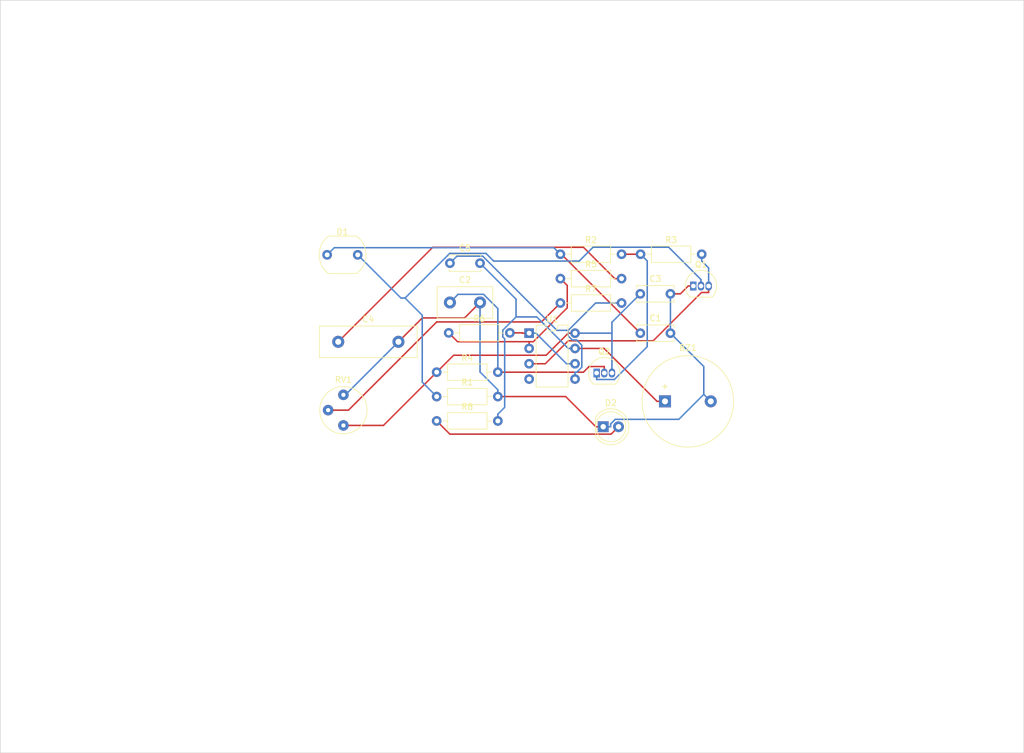
<source format=kicad_pcb>
(kicad_pcb (version 20211014) (generator pcbnew)
  (title_block (title "gammaray2usb") (date "2021-12-27") (rev "0.2x") (company "Fort Sand, Inc."))
  (layers (0 "F.Cu" signal) (31 "B.Cu" signal) (34 "B.Paste" user) (35 "F.Paste" user) (36 "B.SilkS" user "B.Silkscreen") (37 "F.SilkS" user "F.Silkscreen") (38 "B.Mask" user) (39 "F.Mask" user) (44 "Edge.Cuts" user))
  (net 0 "")
  (net 1 "Net-(BZ1-Pad1)")
  (net 2 "GND")
  (net 3 "Net-(C1-Pad1)")
  (net 4 "Net-(C2-Pad1)")
  (net 5 "+9V")
  (net 6 "Net-(C4-Pad1)")
  (net 7 "Net-(C5-Pad1)")
  (net 8 "Net-(D1-Pad2)")
  (net 9 "Net-(D2-Pad2)")
  (net 10 "Net-(Q1-Pad3)")
  (net 11 "Net-(Q2-Pad1)")
  (net 12 "Net-(R5-Pad1)")
  (net 13 "Net-(R6-Pad2)")
  (net 14 "Net-(R7-Pad1)")
  (net 15 "GNDREF")
  (footprint "Potentiometer_THT:Potentiometer_Bourns_3339P_Vertical_HandSoldering" (layer "F.Cu") (at 126.9892 105.6112)
    (fp_text reference "RV1" (at 0 -7.6) (layer "F.SilkS"))
    (fp_text value "250kΩ")
    (fp_circle (center 0 -2.54) (end 3.93 -2.54) (layer "F.SilkS") (width 0.12) (fill none))
    (pad "1" thru_hole circle locked (at 0 0) (size 1.75 1.75) (drill 0.7) (layers *.Cu *.Mask) (net 5 "+9V"))
    (pad "2" thru_hole circle locked (at -2.54 -2.54) (size 1.75 1.75) (drill 0.7) (layers *.Cu *.Mask) (net 14 "Net-(R7-Pad1)"))
    (pad "3" thru_hole circle locked (at 0 -5.08) (size 1.75 1.75) (drill 0.7) (layers *.Cu *.Mask) (net 2 "GND"))
  )
  (footprint "Resistor_THT:R_Axial_DIN0207_L6.3mm_D2.5mm_P10.16mm_Horizontal" (layer "F.Cu") (at 163.0278 77.1756)
    (fp_text reference "R2" (at 5.08 -2.37) (layer "F.SilkS"))
    (fp_text value "1.5M")
    (fp_line (start 9.12 0) (end 8.35 0) (layer "F.SilkS") (width 0.12))
    (fp_line (start 1.81 1.37) (end 8.35 1.37) (layer "F.SilkS") (width 0.12))
    (fp_line (start 1.81 -1.37) (end 1.81 1.37) (layer "F.SilkS") (width 0.12))
    (fp_line (start 1.04 0) (end 1.81 0) (layer "F.SilkS") (width 0.12))
    (fp_line (start 8.35 1.37) (end 8.35 -1.37) (layer "F.SilkS") (width 0.12))
    (fp_line (start 8.35 -1.37) (end 1.81 -1.37) (layer "F.SilkS") (width 0.12))
    (pad "1" thru_hole circle locked (at 0 0) (size 1.6 1.6) (drill 0.8) (layers *.Cu *.Mask) (net 3 "Net-(C1-Pad1)"))
    (pad "2" thru_hole oval locked (at 10.16 0) (size 1.6 1.6) (drill 0.8) (layers *.Cu *.Mask) (net 11 "Net-(Q2-Pad1)"))
  )
  (footprint "Resistor_THT:R_Axial_DIN0207_L6.3mm_D2.5mm_P10.16mm_Horizontal" (layer "F.Cu") (at 163.0278 81.2256)
    (fp_text reference "R5" (at 5.08 -2.37) (layer "F.SilkS"))
    (fp_text value "1k")
    (fp_line (start 9.12 0) (end 8.35 0) (layer "F.SilkS") (width 0.12))
    (fp_line (start 1.04 0) (end 1.81 0) (layer "F.SilkS") (width 0.12))
    (fp_line (start 1.81 1.37) (end 8.35 1.37) (layer "F.SilkS") (width 0.12))
    (fp_line (start 8.35 1.37) (end 8.35 -1.37) (layer "F.SilkS") (width 0.12))
    (fp_line (start 8.35 -1.37) (end 1.81 -1.37) (layer "F.SilkS") (width 0.12))
    (fp_line (start 1.81 -1.37) (end 1.81 1.37) (layer "F.SilkS") (width 0.12))
    (pad "1" thru_hole circle locked (at 0 0) (size 1.6 1.6) (drill 0.8) (layers *.Cu *.Mask) (net 12 "Net-(R5-Pad1)"))
    (pad "2" thru_hole oval locked (at 10.16 0) (size 1.6 1.6) (drill 0.8) (layers *.Cu *.Mask) (net 6 "Net-(C4-Pad1)"))
  )
  (footprint "Resistor_THT:R_Axial_DIN0207_L6.3mm_D2.5mm_P10.16mm_Horizontal" (layer "F.Cu") (at 142.4778 104.8656)
    (fp_text reference "R8" (at 5.08 -2.37) (layer "F.SilkS"))
    (fp_text value "1k")
    (fp_line (start 1.81 1.37) (end 8.35 1.37) (layer "F.SilkS") (width 0.12))
    (fp_line (start 1.81 -1.37) (end 1.81 1.37) (layer "F.SilkS") (width 0.12))
    (fp_line (start 8.35 -1.37) (end 1.81 -1.37) (layer "F.SilkS") (width 0.12))
    (fp_line (start 1.04 0) (end 1.81 0) (layer "F.SilkS") (width 0.12))
    (fp_line (start 8.35 1.37) (end 8.35 -1.37) (layer "F.SilkS") (width 0.12))
    (fp_line (start 9.12 0) (end 8.35 0) (layer "F.SilkS") (width 0.12))
    (pad "1" thru_hole circle locked (at 0 0) (size 1.6 1.6) (drill 0.8) (layers *.Cu *.Mask) (net 9 "Net-(D2-Pad2)"))
    (pad "2" thru_hole oval locked (at 10.16 0) (size 1.6 1.6) (drill 0.8) (layers *.Cu *.Mask) (net 1 "Net-(BZ1-Pad1)"))
  )
  (footprint "Capacitor_THT:C_Disc_D6.0mm_W2.5mm_P5.00mm" (layer "F.Cu") (at 176.3055 90.2856)
    (fp_text reference "C1" (at 2.5 -2.5) (layer "F.SilkS"))
    (fp_text value "0.1µF")
    (fp_line (start -0.62 -1.37) (end -0.62 -0.925) (layer "F.SilkS") (width 0.12))
    (fp_line (start -0.62 -1.37) (end 5.62 -1.37) (layer "F.SilkS") (width 0.12))
    (fp_line (start 5.62 0.925) (end 5.62 1.37) (layer "F.SilkS") (width 0.12))
    (fp_line (start -0.62 0.925) (end -0.62 1.37) (layer "F.SilkS") (width 0.12))
    (fp_line (start -0.62 1.37) (end 5.62 1.37) (layer "F.SilkS") (width 0.12))
    (fp_line (start 5.62 -1.37) (end 5.62 -0.925) (layer "F.SilkS") (width 0.12))
    (pad "1" thru_hole circle locked (at 0 0) (size 1.6 1.6) (drill 0.8) (layers *.Cu *.Mask) (net 3 "Net-(C1-Pad1)"))
    (pad "2" thru_hole circle locked (at 5 0) (size 1.6 1.6) (drill 0.8) (layers *.Cu *.Mask) (net 2 "GND"))
  )
  (footprint "Resistor_THT:R_Axial_DIN0207_L6.3mm_D2.5mm_P10.16mm_Horizontal" (layer "F.Cu") (at 176.3378 77.1756)
    (fp_text reference "R3" (at 5.08 -2.37) (layer "F.SilkS"))
    (fp_text value "56k")
    (fp_line (start 8.35 -1.37) (end 1.81 -1.37) (layer "F.SilkS") (width 0.12))
    (fp_line (start 1.81 1.37) (end 8.35 1.37) (layer "F.SilkS") (width 0.12))
    (fp_line (start 8.35 1.37) (end 8.35 -1.37) (layer "F.SilkS") (width 0.12))
    (fp_line (start 1.04 0) (end 1.81 0) (layer "F.SilkS") (width 0.12))
    (fp_line (start 9.12 0) (end 8.35 0) (layer "F.SilkS") (width 0.12))
    (fp_line (start 1.81 -1.37) (end 1.81 1.37) (layer "F.SilkS") (width 0.12))
    (pad "1" thru_hole circle locked (at 0 0) (size 1.6 1.6) (drill 0.8) (layers *.Cu *.Mask) (net 11 "Net-(Q2-Pad1)"))
    (pad "2" thru_hole oval locked (at 10.16 0) (size 1.6 1.6) (drill 0.8) (layers *.Cu *.Mask) (net 10 "Net-(Q1-Pad3)"))
  )
  (footprint "Resistor_THT:R_Axial_DIN0207_L6.3mm_D2.5mm_P10.16mm_Horizontal" (layer "F.Cu") (at 144.4778 90.2356)
    (fp_text reference "R6" (at 5.08 -2.37) (layer "F.SilkS"))
    (fp_text value "1.5M")
    (fp_line (start 1.81 1.37) (end 8.35 1.37) (layer "F.SilkS") (width 0.12))
    (fp_line (start 8.35 -1.37) (end 1.81 -1.37) (layer "F.SilkS") (width 0.12))
    (fp_line (start 9.12 0) (end 8.35 0) (layer "F.SilkS") (width 0.12))
    (fp_line (start 1.81 -1.37) (end 1.81 1.37) (layer "F.SilkS") (width 0.12))
    (fp_line (start 8.35 1.37) (end 8.35 -1.37) (layer "F.SilkS") (width 0.12))
    (fp_line (start 1.04 0) (end 1.81 0) (layer "F.SilkS") (width 0.12))
    (pad "1" thru_hole circle locked (at 0 0) (size 1.6 1.6) (drill 0.8) (layers *.Cu *.Mask) (net 12 "Net-(R5-Pad1)"))
    (pad "2" thru_hole oval locked (at 10.16 0) (size 1.6 1.6) (drill 0.8) (layers *.Cu *.Mask) (net 13 "Net-(R6-Pad2)"))
  )
  (footprint "Package_TO_SOT_THT:TO-92_Inline" (layer "F.Cu") (at 185.1078 82.4556)
    (fp_text reference "Q1" (at 1.27 -3.56) (layer "F.SilkS"))
    (fp_text value "2N7000")
    (fp_line (start -0.53 1.85) (end 3.07 1.85) (layer "F.SilkS") (width 0.12))
    (fp_arc (start 1.27 -2.6) (mid 3.672087 -0.994977) (end 3.108478 1.838478) (layer "F.SilkS") (width 0.12))
    (fp_arc (start -0.568478 1.838478) (mid -1.132087 -0.994977) (end 1.27 -2.6) (layer "F.SilkS") (width 0.12))
    (pad "1" thru_hole rect locked (at 0 0) (size 1.05 1.5) (drill 0.75) (layers *.Cu *.Mask) (net 2 "GND"))
    (pad "2" thru_hole oval locked (at 1.27 0) (size 1.05 1.5) (drill 0.75) (layers *.Cu *.Mask) (net 8 "Net-(D1-Pad2)"))
    (pad "3" thru_hole oval locked (at 2.54 0) (size 1.05 1.5) (drill 0.75) (layers *.Cu *.Mask) (net 10 "Net-(Q1-Pad3)"))
  )
  (footprint "Package_DIP:DIP-8_W7.62mm" (layer "F.Cu") (at 157.8378 90.2856)
    (fp_text reference "U1" (at 3.81 -2.33) (layer "F.SilkS"))
    (fp_text value "LM358")
    (fp_line (start 6.46 -1.33) (end 4.81 -1.33) (layer "F.SilkS") (width 0.12))
    (fp_line (start 2.81 -1.33) (end 1.16 -1.33) (layer "F.SilkS") (width 0.12))
    (fp_line (start 1.16 8.95) (end 6.46 8.95) (layer "F.SilkS") (width 0.12))
    (fp_line (start 1.16 -1.33) (end 1.16 8.95) (layer "F.SilkS") (width 0.12))
    (fp_line (start 6.46 8.95) (end 6.46 -1.33) (layer "F.SilkS") (width 0.12))
    (fp_arc (start 4.81 -1.33) (mid 3.81 -0.33) (end 2.81 -1.33) (layer "F.SilkS") (width 0.12))
    (pad "1" thru_hole rect locked (at 0 0) (size 1.6 1.6) (drill 0.8) (layers *.Cu *.Mask) (net 13 "Net-(R6-Pad2)"))
    (pad "2" thru_hole oval locked (at 0 2.54) (size 1.6 1.6) (drill 0.8) (layers *.Cu *.Mask) (net 12 "Net-(R5-Pad1)"))
    (pad "3" thru_hole oval locked (at 0 5.08) (size 1.6 1.6) (drill 0.8) (layers *.Cu *.Mask) (net 10 "Net-(Q1-Pad3)"))
    (pad "4" thru_hole oval locked (at 0 7.62) (size 1.6 1.6) (drill 0.8) (layers *.Cu *.Mask) (net 15 "GNDREF"))
    (pad "5" thru_hole oval locked (at 7.62 7.62) (size 1.6 1.6) (drill 0.8) (layers *.Cu *.Mask) (net 7 "Net-(C5-Pad1)"))
    (pad "6" thru_hole oval locked (at 7.62 5.08) (size 1.6 1.6) (drill 0.8) (layers *.Cu *.Mask) (net 13 "Net-(R6-Pad2)"))
    (pad "7" thru_hole oval locked (at 7.62 2.54) (size 1.6 1.6) (drill 0.8) (layers *.Cu *.Mask) (net 1 "Net-(BZ1-Pad1)"))
    (pad "8" thru_hole oval locked (at 7.62 0) (size 1.6 1.6) (drill 0.8) (layers *.Cu *.Mask) (net 5 "+9V"))
  )
  (footprint "Resistor_THT:R_Axial_DIN0207_L6.3mm_D2.5mm_P10.16mm_Horizontal" (layer "F.Cu") (at 142.4778 100.8156)
    (fp_text reference "R1" (at 5.08 -2.37) (layer "F.SilkS"))
    (fp_text value "10M")
    (fp_line (start 9.12 0) (end 8.35 0) (layer "F.SilkS") (width 0.12))
    (fp_line (start 8.35 -1.37) (end 1.81 -1.37) (layer "F.SilkS") (width 0.12))
    (fp_line (start 8.35 1.37) (end 8.35 -1.37) (layer "F.SilkS") (width 0.12))
    (fp_line (start 1.81 -1.37) (end 1.81 1.37) (layer "F.SilkS") (width 0.12))
    (fp_line (start 1.04 0) (end 1.81 0) (layer "F.SilkS") (width 0.12))
    (fp_line (start 1.81 1.37) (end 8.35 1.37) (layer "F.SilkS") (width 0.12))
    (pad "1" thru_hole circle locked (at 0 0) (size 1.6 1.6) (drill 0.8) (layers *.Cu *.Mask) (net 8 "Net-(D1-Pad2)"))
    (pad "2" thru_hole oval locked (at 10.16 0) (size 1.6 1.6) (drill 0.8) (layers *.Cu *.Mask) (net 2 "GND"))
  )
  (footprint "Resistor_THT:R_Axial_DIN0207_L6.3mm_D2.5mm_P10.16mm_Horizontal" (layer "F.Cu") (at 163.0278 85.2756)
    (fp_text reference "R7" (at 5.08 -2.37) (layer "F.SilkS"))
    (fp_text value "1k")
    (fp_line (start 8.35 -1.37) (end 1.81 -1.37) (layer "F.SilkS") (width 0.12))
    (fp_line (start 9.12 0) (end 8.35 0) (layer "F.SilkS") (width 0.12))
    (fp_line (start 1.81 -1.37) (end 1.81 1.37) (layer "F.SilkS") (width 0.12))
    (fp_line (start 8.35 1.37) (end 8.35 -1.37) (layer "F.SilkS") (width 0.12))
    (fp_line (start 1.81 1.37) (end 8.35 1.37) (layer "F.SilkS") (width 0.12))
    (fp_line (start 1.04 0) (end 1.81 0) (layer "F.SilkS") (width 0.12))
    (pad "1" thru_hole circle locked (at 0 0) (size 1.6 1.6) (drill 0.8) (layers *.Cu *.Mask) (net 14 "Net-(R7-Pad1)"))
    (pad "2" thru_hole oval locked (at 10.16 0) (size 1.6 1.6) (drill 0.8) (layers *.Cu *.Mask) (net 7 "Net-(C5-Pad1)"))
  )
  (footprint "Buzzer_Beeper:Buzzer_15x7.5RM7.6" (layer "F.Cu") (at 180.4004 101.6097)
    (fp_text reference "BZ1" (at 3.81 -8.89) (layer "F.SilkS"))
    (fp_text value "Buzzer")
    (fp_text user "+" (at -0.01 -2.54) (layer "F.SilkS"))
    (fp_circle (center 3.8 0) (end 11.4 0) (layer "F.SilkS") (width 0.12) (fill none))
    (pad "1" thru_hole rect locked (at 0 0) (size 2 2) (drill 1) (layers *.Cu *.Mask) (net 1 "Net-(BZ1-Pad1)"))
    (pad "2" thru_hole circle locked (at 7.6 0) (size 2 2) (drill 1) (layers *.Cu *.Mask) (net 2 "GND"))
  )
  (footprint "Capacitor_THT:C_Disc_D5.0mm_W2.5mm_P5.00mm" (layer "F.Cu") (at 144.6778 78.6606)
    (fp_text reference "C5" (at 2.5 -2.5) (layer "F.SilkS"))
    (fp_text value "0.01µF")
    (fp_line (start -0.12 1.37) (end 5.12 1.37) (layer "F.SilkS") (width 0.12))
    (fp_line (start 5.12 1.055) (end 5.12 1.37) (layer "F.SilkS") (width 0.12))
    (fp_line (start -0.12 1.055) (end -0.12 1.37) (layer "F.SilkS") (width 0.12))
    (fp_line (start 5.12 -1.37) (end 5.12 -1.055) (layer "F.SilkS") (width 0.12))
    (fp_line (start -0.12 -1.37) (end -0.12 -1.055) (layer "F.SilkS") (width 0.12))
    (fp_line (start -0.12 -1.37) (end 5.12 -1.37) (layer "F.SilkS") (width 0.12))
    (pad "1" thru_hole circle locked (at 0 0) (size 1.6 1.6) (drill 0.8) (layers *.Cu *.Mask) (net 7 "Net-(C5-Pad1)"))
    (pad "2" thru_hole circle locked (at 5 0) (size 1.6 1.6) (drill 0.8) (layers *.Cu *.Mask) (net 1 "Net-(BZ1-Pad1)"))
  )
  (footprint "Capacitor_THT:C_Disc_D16.0mm_W5.0mm_P10.00mm" (layer "F.Cu") (at 126.1278 91.7206)
    (fp_text reference "C4" (at 5 -3.75) (layer "F.SilkS"))
    (fp_text value "0.02µF")
    (fp_line (start -3.12 2.62) (end 13.12 2.62) (layer "F.SilkS") (width 0.12))
    (fp_line (start 13.12 -2.62) (end 13.12 2.62) (layer "F.SilkS") (width 0.12))
    (fp_line (start -3.12 -2.62) (end 13.12 -2.62) (layer "F.SilkS") (width 0.12))
    (fp_line (start -3.12 -2.62) (end -3.12 2.62) (layer "F.SilkS") (width 0.12))
    (pad "1" thru_hole circle locked (at 0 0) (size 2 2) (drill 1) (layers *.Cu *.Mask) (net 6 "Net-(C4-Pad1)"))
    (pad "2" thru_hole circle locked (at 10 0) (size 2 2) (drill 1) (layers *.Cu *.Mask) (net 2 "GND"))
  )
  (footprint "Capacitor_THT:C_Disc_D6.0mm_W2.5mm_P5.00mm" (layer "F.Cu") (at 176.3055 83.7556)
    (fp_text reference "C3" (at 2.5 -2.5) (layer "F.SilkS"))
    (fp_text value "0.1µF")
    (fp_line (start 5.62 -1.37) (end 5.62 -0.925) (layer "F.SilkS") (width 0.12))
    (fp_line (start -0.62 -1.37) (end 5.62 -1.37) (layer "F.SilkS") (width 0.12))
    (fp_line (start -0.62 0.925) (end -0.62 1.37) (layer "F.SilkS") (width 0.12))
    (fp_line (start -0.62 -1.37) (end -0.62 -0.925) (layer "F.SilkS") (width 0.12))
    (fp_line (start 5.62 0.925) (end 5.62 1.37) (layer "F.SilkS") (width 0.12))
    (fp_line (start -0.62 1.37) (end 5.62 1.37) (layer "F.SilkS") (width 0.12))
    (pad "1" thru_hole circle locked (at 0 0) (size 1.6 1.6) (drill 0.8) (layers *.Cu *.Mask) (net 5 "+9V"))
    (pad "2" thru_hole circle locked (at 5 0) (size 1.6 1.6) (drill 0.8) (layers *.Cu *.Mask) (net 2 "GND"))
  )
  (footprint "OptoDevice:R_LDR_7x6mm_P5.1mm_Vertical" (layer "F.Cu") (at 124.2855 77.276)
    (fp_text reference "D1" (at 2.54 -3.81) (layer "F.SilkS"))
    (fp_text value "BPW34")
    (fp_line (start 0.2 -3.1) (end 4.9 -3.1) (layer "F.SilkS") (width 0.12))
    (fp_line (start 0.2 3.1) (end 4.9 3.1) (layer "F.SilkS") (width 0.12))
    (fp_arc (start 4.9 -3.1) (mid 6.460049 0.00492) (end 4.89209 3.105853) (layer "F.SilkS") (width 0.12))
    (fp_arc (start 0.2 3.1) (mid -1.320423 -0.016888) (end 0.226796 -3.120561) (layer "F.SilkS") (width 0.12))
    (pad "1" thru_hole circle locked (at 0 0) (size 1.6 1.6) (drill 0.8) (layers *.Cu *.Mask) (net 3 "Net-(C1-Pad1)"))
    (pad "2" thru_hole circle locked (at 5.08 0) (size 1.6 1.6) (drill 0.8) (layers *.Cu *.Mask) (net 8 "Net-(D1-Pad2)"))
  )
  (footprint "LED_THT:LED_D5.0mm" (layer "F.Cu") (at 170.1409 105.8275)
    (fp_text reference "D2" (at 1.27 -3.96) (layer "F.SilkS"))
    (fp_text value "LED")
    (fp_line (start -1.29 -1.545) (end -1.29 1.545) (layer "F.SilkS") (width 0.12))
    (fp_arc (start -1.29 -1.54483) (mid 2.072002 -2.880433) (end 4.26 0.000462) (layer "F.SilkS") (width 0.12))
    (fp_arc (start 4.26 -0.000462) (mid 2.072002 2.880433) (end -1.29 1.54483) (layer "F.SilkS") (width 0.12))
    (fp_circle (center 1.27 0) (end 3.77 0) (layer "F.SilkS") (width 0.12) (fill none))
    (pad "1" thru_hole rect locked (at 0 0) (size 1.8 1.8) (drill 0.9) (layers *.Cu *.Mask) (net 2 "GND"))
    (pad "2" thru_hole circle locked (at 2.54 0) (size 1.8 1.8) (drill 0.9) (layers *.Cu *.Mask) (net 9 "Net-(D2-Pad2)"))
  )
  (footprint "Package_TO_SOT_THT:TO-92_Inline" (layer "F.Cu") (at 169.0478 96.9056)
    (fp_text reference "Q2" (at 1.27 -3.56) (layer "F.SilkS"))
    (fp_text value "2N3904")
    (fp_line (start -0.53 1.85) (end 3.07 1.85) (layer "F.SilkS") (width 0.12))
    (fp_arc (start 1.27 -2.6) (mid 3.672087 -0.994977) (end 3.108478 1.838478) (layer "F.SilkS") (width 0.12))
    (fp_arc (start -0.568478 1.838478) (mid -1.132087 -0.994977) (end 1.27 -2.6) (layer "F.SilkS") (width 0.12))
    (pad "1" thru_hole rect locked (at 0 0) (size 1.05 1.5) (drill 0.75) (layers *.Cu *.Mask) (net 11 "Net-(Q2-Pad1)"))
    (pad "2" thru_hole oval locked (at 1.27 0) (size 1.05 1.5) (drill 0.75) (layers *.Cu *.Mask) (net 4 "Net-(C2-Pad1)"))
    (pad "3" thru_hole oval locked (at 2.54 0) (size 1.05 1.5) (drill 0.75) (layers *.Cu *.Mask) (net 5 "+9V"))
  )
  (footprint "Resistor_THT:R_Axial_DIN0207_L6.3mm_D2.5mm_P10.16mm_Horizontal" (layer "F.Cu") (at 142.4778 96.7656)
    (fp_text reference "R4" (at 5.08 -2.37) (layer "F.SilkS"))
    (fp_text value "150k")
    (fp_line (start 8.35 1.37) (end 8.35 -1.37) (layer "F.SilkS") (width 0.12))
    (fp_line (start 1.81 1.37) (end 8.35 1.37) (layer "F.SilkS") (width 0.12))
    (fp_line (start 1.04 0) (end 1.81 0) (layer "F.SilkS") (width 0.12))
    (fp_line (start 8.35 -1.37) (end 1.81 -1.37) (layer "F.SilkS") (width 0.12))
    (fp_line (start 1.81 -1.37) (end 1.81 1.37) (layer "F.SilkS") (width 0.12))
    (fp_line (start 9.12 0) (end 8.35 0) (layer "F.SilkS") (width 0.12))
    (pad "1" thru_hole circle locked (at 0 0) (size 1.6 1.6) (drill 0.8) (layers *.Cu *.Mask) (net 5 "+9V"))
    (pad "2" thru_hole oval locked (at 10.16 0) (size 1.6 1.6) (drill 0.8) (layers *.Cu *.Mask) (net 4 "Net-(C2-Pad1)"))
  )
  (footprint "Capacitor_THT:C_Disc_D9.0mm_W5.0mm_P5.00mm" (layer "F.Cu") (at 144.6778 85.1906)
    (fp_text reference "C2" (at 2.5 -3.75) (layer "F.SilkS"))
    (fp_text value "100 uF")
    (fp_line (start -2.12 2.62) (end 7.12 2.62) (layer "F.SilkS") (width 0.12))
    (fp_line (start -2.12 -2.62) (end -2.12 2.62) (layer "F.SilkS") (width 0.12))
    (fp_line (start -2.12 -2.62) (end 7.12 -2.62) (layer "F.SilkS") (width 0.12))
    (fp_line (start 7.12 -2.62) (end 7.12 2.62) (layer "F.SilkS") (width 0.12))
    (pad "1" thru_hole circle locked (at 0 0) (size 2 2) (drill 1) (layers *.Cu *.Mask) (net 4 "Net-(C2-Pad1)"))
    (pad "2" thru_hole circle locked (at 5 0) (size 2 2) (drill 1) (layers *.Cu *.Mask) (net 2 "GND"))
  )
  (gr_line (start 240 160) (end 70 160) (layer "Edge.Cuts") (width 0.1))
  (gr_line (start 70 35) (end 240 35) (layer "Edge.Cuts") (width 0.1))
  (gr_line (start 240 35) (end 240 160) (layer "Edge.Cuts") (width 0.1))
  (gr_line (start 70 160) (end 70 35) (layer "Edge.Cuts") (width 0.1))
  (segment (start 165.4578 92.8256) (end 170.291 92.8256) (width 0.25) (layer "F.Cu") (net 1))
  (segment (start 170.291 92.8256) (end 179.0751 101.6097) (width 0.25) (layer "F.Cu") (net 1))
  (segment (start 180.4004 101.6097) (end 179.0751 101.6097) (width 0.25) (layer "F.Cu") (net 1))
  (segment (start 152.6378 103.7403) (end 153.7696 102.6085) (width 0.25) (layer "B.Cu") (net 1))
  (segment (start 153.4553 90.9033) (end 153.4553 89.795) (width 0.25) (layer "B.Cu") (net 1))
  (segment (start 153.7696 91.2176) (end 153.4553 90.9033) (width 0.25) (layer "B.Cu") (net 1))
  (segment (start 165.4578 92.8256) (end 164.3325 92.8256) (width 0.25) (layer "B.Cu") (net 1))
  (segment (start 153.7696 102.6085) (end 153.7696 91.2176) (width 0.25) (layer "B.Cu") (net 1))
  (segment (start 155.6604 84.6432) (end 155.6604 87.5899) (width 0.25) (layer "B.Cu") (net 1))
  (segment (start 149.6778 78.6606) (end 155.6604 84.6432) (width 0.25) (layer "B.Cu") (net 1))
  (segment (start 153.4553 89.795) (end 155.6604 87.5899) (width 0.25) (layer "B.Cu") (net 1))
  (segment (start 152.6378 104.8656) (end 152.6378 103.7403) (width 0.25) (layer "B.Cu") (net 1))
  (segment (start 155.6604 87.5899) (end 159.0968 87.5899) (width 0.25) (layer "B.Cu") (net 1))
  (segment (start 159.0968 87.5899) (end 164.3325 92.8256) (width 0.25) (layer "B.Cu") (net 1))
  (segment (start 147.1139 87.7545) (end 140.0939 87.7545) (width 0.25) (layer "F.Cu") (net 2))
  (segment (start 181.3055 83.7556) (end 182.9575 83.7556) (width 0.25) (layer "F.Cu") (net 2))
  (segment (start 152.6378 100.8156) (end 163.9037 100.8156) (width 0.25) (layer "F.Cu") (net 2))
  (segment (start 149.6778 85.1906) (end 147.1139 87.7545) (width 0.25) (layer "F.Cu") (net 2))
  (segment (start 170.1409 105.8275) (end 168.9156 105.8275) (width 0.25) (layer "F.Cu") (net 2))
  (segment (start 140.0939 87.7545) (end 136.1278 91.7206) (width 0.25) (layer "F.Cu") (net 2))
  (segment (start 182.9575 83.7556) (end 184.2575 82.4556) (width 0.25) (layer "F.Cu") (net 2))
  (segment (start 185.1078 82.4556) (end 184.2575 82.4556) (width 0.25) (layer "F.Cu") (net 2))
  (segment (start 163.9037 100.8156) (end 168.9156 105.8275) (width 0.25) (layer "F.Cu") (net 2))
  (segment (start 181.3055 90.2856) (end 181.3055 83.7556) (width 0.25) (layer "B.Cu") (net 2))
  (segment (start 149.6778 96.7303) (end 149.6778 85.1906) (width 0.25) (layer "B.Cu") (net 2))
  (segment (start 152.6378 100.8156) (end 152.6378 99.6903) (width 0.25) (layer "B.Cu") (net 2))
  (segment (start 136.1278 91.7206) (end 127.3172 100.5312) (width 0.25) (layer "B.Cu") (net 2))
  (segment (start 186.8431 100.4524) (end 182.6933 104.6022) (width 0.25) (layer "B.Cu") (net 2))
  (segment (start 172.1319 104.6022) (end 171.3662 105.3679) (width 0.25) (layer "B.Cu") (net 2))
  (segment (start 186.8431 95.8232) (end 186.8431 100.4524) (width 0.25) (layer "B.Cu") (net 2))
  (segment (start 188.0004 101.6097) (end 186.8431 100.4524) (width 0.25) (layer "B.Cu") (net 2))
  (segment (start 171.3662 105.3679) (end 171.3662 105.8275) (width 0.25) (layer "B.Cu") (net 2))
  (segment (start 127.3172 100.5312) (end 126.9892 100.5312) (width 0.25) (layer "B.Cu") (net 2))
  (segment (start 152.6378 99.6903) (end 149.6778 96.7303) (width 0.25) (layer "B.Cu") (net 2))
  (segment (start 170.1409 105.8275) (end 171.3662 105.8275) (width 0.25) (layer "B.Cu") (net 2))
  (segment (start 181.3055 90.2856) (end 186.8431 95.8232) (width 0.25) (layer "B.Cu") (net 2))
  (segment (start 182.6933 104.6022) (end 172.1319 104.6022) (width 0.25) (layer "B.Cu") (net 2))
  (segment (start 176.3055 90.2856) (end 163.1955 77.1756) (width 0.25) (layer "F.Cu") (net 3))
  (segment (start 163.1955 77.1756) (end 163.0278 77.1756) (width 0.25) (layer "F.Cu") (net 3))
  (segment (start 163.0278 77.1756) (end 161.9416 76.0894) (width 0.25) (layer "B.Cu") (net 3))
  (segment (start 161.9416 76.0894) (end 125.4721 76.0894) (width 0.25) (layer "B.Cu") (net 3))
  (segment (start 125.4721 76.0894) (end 124.2855 77.276) (width 0.25) (layer "B.Cu") (net 3))
  (segment (start 170.3178 95.8303) (end 167.7874 95.8303) (width 0.25) (layer "F.Cu") (net 4))
  (segment (start 170.3178 96.9056) (end 170.3178 95.8303) (width 0.25) (layer "F.Cu") (net 4))
  (segment (start 167.7874 95.8303) (end 166.8521 96.7656) (width 0.25) (layer "F.Cu") (net 4))
  (segment (start 166.8521 96.7656) (end 152.6378 96.7656) (width 0.25) (layer "F.Cu") (net 4))
  (segment (start 152.6378 96.7656) (end 152.6378 86.2034) (width 0.25) (layer "B.Cu") (net 4))
  (segment (start 150.2723 83.8379) (end 146.0305 83.8379) (width 0.25) (layer "B.Cu") (net 4))
  (segment (start 146.0305 83.8379) (end 144.6778 85.1906) (width 0.25) (layer "B.Cu") (net 4))
  (segment (start 152.6378 86.2034) (end 150.2723 83.8379) (width 0.25) (layer "B.Cu") (net 4))
  (segment (start 133.6322 105.6112) (end 126.9892 105.6112) (width 0.25) (layer "F.Cu") (net 5))
  (segment (start 160.6626 93.9555) (end 145.2878 93.9555) (width 0.25) (layer "F.Cu") (net 5))
  (segment (start 165.4578 90.2856) (end 164.3325 90.2856) (width 0.25) (layer "F.Cu") (net 5))
  (segment (start 142.4778 96.7656) (end 133.6322 105.6112) (width 0.25) (layer "F.Cu") (net 5))
  (segment (start 164.3325 90.2856) (end 160.6626 93.9555) (width 0.25) (layer "F.Cu") (net 5))
  (segment (start 145.2878 93.9555) (end 145.2878 93.9556) (width 0.25) (layer "F.Cu") (net 5))
  (segment (start 145.2878 93.9556) (end 142.4778 96.7656) (width 0.25) (layer "F.Cu") (net 5))
  (segment (start 171.5878 90.2856) (end 166.5831 90.2856) (width 0.25) (layer "B.Cu") (net 5))
  (segment (start 165.4578 90.2856) (end 166.5831 90.2856) (width 0.25) (layer "B.Cu") (net 5))
  (segment (start 176.3055 83.7556) (end 171.5878 88.4733) (width 0.25) (layer "B.Cu") (net 5))
  (segment (start 171.5878 90.2856) (end 171.5878 96.9056) (width 0.25) (layer "B.Cu") (net 5))
  (segment (start 171.5878 88.4733) (end 171.5878 90.2856) (width 0.25) (layer "B.Cu") (net 5))
  (segment (start 141.8241 76.0243) (end 166.8612 76.0243) (width 0.25) (layer "F.Cu") (net 6))
  (segment (start 126.1278 91.7206) (end 141.8241 76.0243) (width 0.25) (layer "F.Cu") (net 6))
  (segment (start 173.1878 81.2256) (end 172.0625 81.2256) (width 0.25) (layer "F.Cu") (net 6))
  (segment (start 166.8612 76.0243) (end 172.0625 81.2256) (width 0.25) (layer "F.Cu") (net 6))
  (segment (start 144.6778 78.6606) (end 145.8481 77.4903) (width 0.25) (layer "B.Cu") (net 7))
  (segment (start 164.3325 89.8194) (end 164.3325 90.7518) (width 0.25) (layer "B.Cu") (net 7))
  (segment (start 145.8481 77.4903) (end 150.1196 77.4903) (width 0.25) (layer "B.Cu") (net 7))
  (segment (start 164.3325 90.7518) (end 164.9916 91.4109) (width 0.25) (layer "B.Cu") (net 7))
  (segment (start 165.7075 91.4109) (end 166.5868 92.2902) (width 0.25) (layer "B.Cu") (net 7))
  (segment (start 150.1196 77.4903) (end 162.4487 89.8194) (width 0.25) (layer "B.Cu") (net 7))
  (segment (start 162.4487 89.8194) (end 164.3325 89.8194) (width 0.25) (layer "B.Cu") (net 7))
  (segment (start 165.4578 97.9056) (end 165.4578 96.7803) (width 0.25) (layer "B.Cu") (net 7))
  (segment (start 166.5868 95.9327) (end 165.7392 96.7803) (width 0.25) (layer "B.Cu") (net 7))
  (segment (start 164.9916 91.4109) (end 165.7075 91.4109) (width 0.25) (layer "B.Cu") (net 7))
  (segment (start 168.8763 85.2756) (end 164.3325 89.8194) (width 0.25) (layer "B.Cu") (net 7))
  (segment (start 166.5868 92.2902) (end 166.5868 95.9327) (width 0.25) (layer "B.Cu") (net 7))
  (segment (start 165.7392 96.7803) (end 165.4578 96.7803) (width 0.25) (layer "B.Cu") (net 7))
  (segment (start 173.1878 85.2756) (end 168.8763 85.2756) (width 0.25) (layer "B.Cu") (net 7))
  (segment (start 144.6405 77.0399) (end 137.2279 84.4525) (width 0.25) (layer "B.Cu") (net 8))
  (segment (start 137.2279 84.4525) (end 140.0821 87.3067) (width 0.25) (layer "B.Cu") (net 8))
  (segment (start 140.0821 98.4199) (end 142.4778 100.8156) (width 0.25) (layer "B.Cu") (net 8))
  (segment (start 150.6673 77.0399) (end 144.6405 77.0399) (width 0.25) (layer "B.Cu") (net 8))
  (segment (start 140.0821 87.3067) (end 140.0821 98.4199) (width 0.25) (layer "B.Cu") (net 8))
  (segment (start 168.451 76.0101) (end 166.1513 78.3098) (width 0.25) (layer "B.Cu") (net 8))
  (segment (start 186.3778 81.3803) (end 181.0076 76.0101) (width 0.25) (layer "B.Cu") (net 8))
  (segment (start 186.3778 82.4556) (end 186.3778 81.3803) (width 0.25) (layer "B.Cu") (net 8))
  (segment (start 151.9372 78.3098) (end 150.6673 77.0399) (width 0.25) (layer "B.Cu") (net 8))
  (segment (start 136.542 84.4525) (end 129.3655 77.276) (width 0.25) (layer "B.Cu") (net 8))
  (segment (start 181.0076 76.0101) (end 168.451 76.0101) (width 0.25) (layer "B.Cu") (net 8))
  (segment (start 166.1513 78.3098) (end 151.9372 78.3098) (width 0.25) (layer "B.Cu") (net 8))
  (segment (start 137.2279 84.4525) (end 136.542 84.4525) (width 0.25) (layer "B.Cu") (net 8))
  (segment (start 171.4555 107.0529) (end 172.6809 105.8275) (width 0.25) (layer "F.Cu") (net 9))
  (segment (start 142.4778 104.8656) (end 144.6651 107.0529) (width 0.25) (layer "F.Cu") (net 9))
  (segment (start 144.6651 107.0529) (end 171.4555 107.0529) (width 0.25) (layer "F.Cu") (net 9))
  (segment (start 187.6478 82.4556) (end 187.6478 83.5309) (width 0.25) (layer "F.Cu") (net 10))
  (segment (start 187.6478 83.5309) (end 186.4605 83.5309) (width 0.25) (layer "F.Cu") (net 10))
  (segment (start 160.5224 95.3656) (end 157.8378 95.3656) (width 0.25) (layer "F.Cu") (net 10))
  (segment (start 164.3324 91.5556) (end 160.5224 95.3656) (width 0.25) (layer "F.Cu") (net 10))
  (segment (start 178.4358 91.5556) (end 164.3324 91.5556) (width 0.25) (layer "F.Cu") (net 10))
  (segment (start 186.4605 83.5309) (end 178.4358 91.5556) (width 0.25) (layer "F.Cu") (net 10))
  (segment (start 186.4978 77.1756) (end 186.4978 78.3009) (width 0.25) (layer "B.Cu") (net 10))
  (segment (start 187.6478 82.4556) (end 187.6478 79.4509) (width 0.25) (layer "B.Cu") (net 10))
  (segment (start 187.6478 79.4509) (end 186.4978 78.3009) (width 0.25) (layer "B.Cu") (net 10))
  (segment (start 173.1878 77.1756) (end 176.3378 77.1756) (width 0.25) (layer "F.Cu") (net 11))
  (segment (start 169.0478 97.9809) (end 171.9927 97.9809) (width 0.25) (layer "B.Cu") (net 11))
  (segment (start 169.0478 96.9056) (end 169.0478 97.9809) (width 0.25) (layer "B.Cu") (net 11))
  (segment (start 177.4505 78.2883) (end 176.3378 77.1756) (width 0.25) (layer "B.Cu") (net 11))
  (segment (start 177.4505 92.5231) (end 177.4505 78.2883) (width 0.25) (layer "B.Cu") (net 11))
  (segment (start 171.9927 97.9809) (end 177.4505 92.5231) (width 0.25) (layer "B.Cu") (net 11))
  (segment (start 163.0278 81.2256) (end 164.165 82.3628) (width 0.25) (layer "F.Cu") (net 12))
  (segment (start 164.165 82.3628) (end 164.165 86.0764) (width 0.25) (layer "F.Cu") (net 12))
  (segment (start 164.165 86.0764) (end 158.5411 91.7003) (width 0.25) (layer "F.Cu") (net 12))
  (segment (start 145.9425 91.7003) (end 157.8378 91.7003) (width 0.25) (layer "F.Cu") (net 12))
  (segment (start 158.5411 91.7003) (end 157.8378 91.7003) (width 0.25) (layer "F.Cu") (net 12))
  (segment (start 157.8378 92.8256) (end 157.8378 91.7003) (width 0.25) (layer "F.Cu") (net 12))
  (segment (start 144.4778 90.2356) (end 145.9425 91.7003) (width 0.25) (layer "F.Cu") (net 12))
  (segment (start 154.6378 90.2356) (end 156.6625 90.2356) (width 0.25) (layer "F.Cu") (net 13))
  (segment (start 156.6625 90.2356) (end 156.7125 90.2856) (width 0.25) (layer "F.Cu") (net 13))
  (segment (start 157.8378 90.2856) (end 156.7125 90.2856) (width 0.25) (layer "F.Cu") (net 13))
  (segment (start 164.0431 95.3656) (end 165.4578 95.3656) (width 0.25) (layer "B.Cu") (net 13))
  (segment (start 157.8378 90.2856) (end 158.9631 90.2856) (width 0.25) (layer "B.Cu") (net 13))
  (segment (start 158.9631 90.2856) (end 164.0431 95.3656) (width 0.25) (layer "B.Cu") (net 13))
  (segment (start 163.0278 85.2756) (end 159.8826 88.4208) (width 0.25) (layer "F.Cu") (net 14))
  (segment (start 127.8316 103.0712) (end 124.4492 103.0712) (width 0.25) (layer "F.Cu") (net 14))
  (segment (start 159.8826 88.4208) (end 142.482 88.4208) (width 0.25) (layer "F.Cu") (net 14))
  (segment (start 142.482 88.4208) (end 127.8316 103.0712) (width 0.25) (layer "F.Cu") (net 14))
)
</source>
